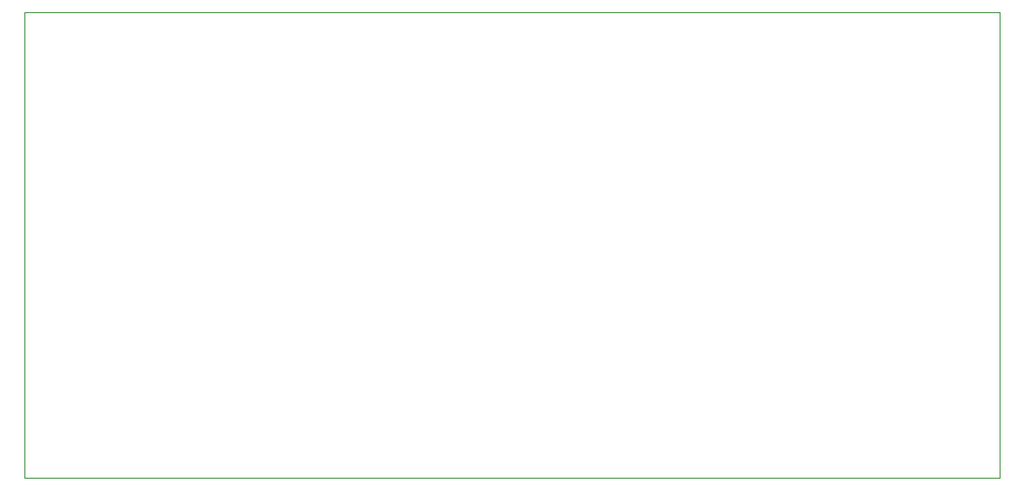
<source format=gko>
%FSLAX42Y42*%
%MOMM*%
G71*
G01*
G75*
%ADD10C,0.20*%
%ADD11R,1.50X1.30*%
%ADD12R,0.30X1.45*%
%ADD13R,1.30X1.50*%
%ADD14C,1.00*%
%ADD15R,1.55X0.60*%
%ADD16R,1.80X1.60*%
%ADD17R,0.85X1.00*%
%ADD18R,1.80X0.60*%
%ADD19R,5.50X1.50*%
%ADD20R,1.45X0.30*%
%ADD21R,0.60X2.00*%
%ADD22R,3.00X3.00*%
%ADD23R,1.00X1.10*%
%ADD24R,0.60X2.20*%
%ADD25R,1.10X1.00*%
%ADD26R,1.80X2.15*%
%ADD27R,2.15X1.80*%
%ADD28R,0.60X2.25*%
%ADD29C,1.00*%
%ADD30C,0.25*%
%ADD31C,0.40*%
%ADD32C,0.50*%
%ADD33C,0.30*%
%ADD34C,0.25*%
%ADD35R,1.50X1.50*%
%ADD36C,1.50*%
%ADD37R,1.60X1.60*%
%ADD38C,1.60*%
%ADD39C,1.20*%
%ADD40C,4.76*%
%ADD41R,1.69X1.69*%
%ADD42C,1.69*%
%ADD43C,0.60*%
%ADD44R,2.80X0.65*%
%ADD45R,0.65X2.80*%
%ADD46R,1.70X1.50*%
%ADD47R,0.50X1.65*%
%ADD48R,1.50X1.70*%
%ADD49C,1.20*%
%ADD50R,1.75X0.80*%
%ADD51R,2.00X1.80*%
%ADD52R,1.05X1.20*%
%ADD53R,2.00X0.80*%
%ADD54R,5.70X1.70*%
%ADD55R,1.65X0.50*%
%ADD56R,0.80X2.20*%
%ADD57R,3.20X3.20*%
%ADD58R,1.20X1.30*%
%ADD59R,0.80X2.40*%
%ADD60R,1.30X1.20*%
%ADD61R,2.00X2.35*%
%ADD62R,2.35X2.00*%
%ADD63R,0.80X2.45*%
%ADD64R,1.70X1.70*%
%ADD65C,1.70*%
%ADD66R,1.80X1.80*%
%ADD67C,1.80*%
%ADD68C,1.40*%
%ADD69C,4.96*%
%ADD70R,1.89X1.89*%
%ADD71C,1.89*%
%ADD72C,0.80*%
%ADD73C,0.00*%
D73*
X0Y-4200D02*
X8800D01*
Y0D01*
X0D02*
X8800D01*
X0Y-4200D02*
Y0D01*
M02*

</source>
